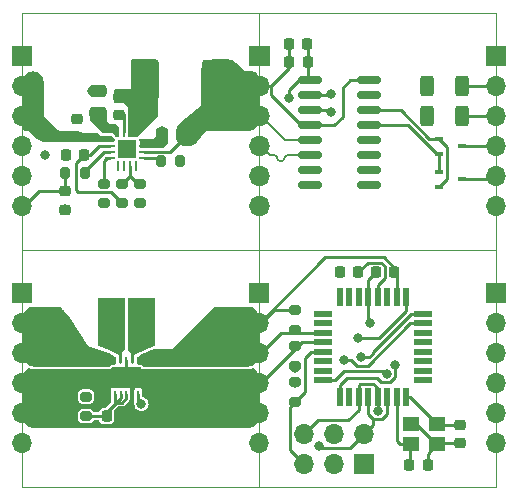
<source format=gbr>
G04 #@! TF.GenerationSoftware,KiCad,Pcbnew,(5.99.0-11522-g728b160719)*
G04 #@! TF.CreationDate,2021-08-06T10:17:42+10:00*
G04 #@! TF.ProjectId,Stencil,5374656e-6369-46c2-9e6b-696361645f70,0.2*
G04 #@! TF.SameCoordinates,Original*
G04 #@! TF.FileFunction,Copper,L1,Top*
G04 #@! TF.FilePolarity,Positive*
%FSLAX46Y46*%
G04 Gerber Fmt 4.6, Leading zero omitted, Abs format (unit mm)*
G04 Created by KiCad (PCBNEW (5.99.0-11522-g728b160719)) date 2021-08-06 10:17:42*
%MOMM*%
%LPD*%
G01*
G04 APERTURE LIST*
G04 Aperture macros list*
%AMRoundRect*
0 Rectangle with rounded corners*
0 $1 Rounding radius*
0 $2 $3 $4 $5 $6 $7 $8 $9 X,Y pos of 4 corners*
0 Add a 4 corners polygon primitive as box body*
4,1,4,$2,$3,$4,$5,$6,$7,$8,$9,$2,$3,0*
0 Add four circle primitives for the rounded corners*
1,1,$1+$1,$2,$3*
1,1,$1+$1,$4,$5*
1,1,$1+$1,$6,$7*
1,1,$1+$1,$8,$9*
0 Add four rect primitives between the rounded corners*
20,1,$1+$1,$2,$3,$4,$5,0*
20,1,$1+$1,$4,$5,$6,$7,0*
20,1,$1+$1,$6,$7,$8,$9,0*
20,1,$1+$1,$8,$9,$2,$3,0*%
%AMFreePoly0*
4,1,21,-0.125000,1.200000,0.125000,1.200000,0.125000,1.700000,0.375000,1.700000,0.375000,1.200000,0.825000,1.200000,0.825000,-1.200000,0.375000,-1.200000,0.375000,-1.700000,0.125000,-1.700000,0.125000,-1.200000,-0.125000,-1.200000,-0.125000,-1.700000,-0.375000,-1.700000,-0.375000,-1.200000,-0.825000,-1.200000,-0.825000,1.200000,-0.375000,1.200000,-0.375000,1.700000,-0.125000,1.700000,
-0.125000,1.200000,-0.125000,1.200000,$1*%
G04 Aperture macros list end*
G04 #@! TA.AperFunction,Profile*
%ADD10C,0.100000*%
G04 #@! TD*
G04 #@! TA.AperFunction,SMDPad,CuDef*
%ADD11RoundRect,0.250000X0.250000X0.475000X-0.250000X0.475000X-0.250000X-0.475000X0.250000X-0.475000X0*%
G04 #@! TD*
G04 #@! TA.AperFunction,SMDPad,CuDef*
%ADD12RoundRect,0.225000X0.250000X-0.225000X0.250000X0.225000X-0.250000X0.225000X-0.250000X-0.225000X0*%
G04 #@! TD*
G04 #@! TA.AperFunction,ComponentPad*
%ADD13R,1.700000X1.700000*%
G04 #@! TD*
G04 #@! TA.AperFunction,ComponentPad*
%ADD14O,1.700000X1.700000*%
G04 #@! TD*
G04 #@! TA.AperFunction,SMDPad,CuDef*
%ADD15RoundRect,0.200000X0.275000X-0.200000X0.275000X0.200000X-0.275000X0.200000X-0.275000X-0.200000X0*%
G04 #@! TD*
G04 #@! TA.AperFunction,SMDPad,CuDef*
%ADD16RoundRect,0.225000X-0.250000X0.225000X-0.250000X-0.225000X0.250000X-0.225000X0.250000X0.225000X0*%
G04 #@! TD*
G04 #@! TA.AperFunction,SMDPad,CuDef*
%ADD17R,0.700000X0.450000*%
G04 #@! TD*
G04 #@! TA.AperFunction,SMDPad,CuDef*
%ADD18RoundRect,0.150000X-0.825000X-0.150000X0.825000X-0.150000X0.825000X0.150000X-0.825000X0.150000X0*%
G04 #@! TD*
G04 #@! TA.AperFunction,SMDPad,CuDef*
%ADD19RoundRect,0.225000X-0.225000X-0.250000X0.225000X-0.250000X0.225000X0.250000X-0.225000X0.250000X0*%
G04 #@! TD*
G04 #@! TA.AperFunction,SMDPad,CuDef*
%ADD20RoundRect,0.250000X0.475000X-0.250000X0.475000X0.250000X-0.475000X0.250000X-0.475000X-0.250000X0*%
G04 #@! TD*
G04 #@! TA.AperFunction,SMDPad,CuDef*
%ADD21RoundRect,0.250000X-0.312500X-0.625000X0.312500X-0.625000X0.312500X0.625000X-0.312500X0.625000X0*%
G04 #@! TD*
G04 #@! TA.AperFunction,SMDPad,CuDef*
%ADD22RoundRect,0.218750X-0.256250X0.218750X-0.256250X-0.218750X0.256250X-0.218750X0.256250X0.218750X0*%
G04 #@! TD*
G04 #@! TA.AperFunction,SMDPad,CuDef*
%ADD23RoundRect,0.200000X-0.275000X0.200000X-0.275000X-0.200000X0.275000X-0.200000X0.275000X0.200000X0*%
G04 #@! TD*
G04 #@! TA.AperFunction,SMDPad,CuDef*
%ADD24R,0.240000X0.600000*%
G04 #@! TD*
G04 #@! TA.AperFunction,ComponentPad*
%ADD25C,0.500000*%
G04 #@! TD*
G04 #@! TA.AperFunction,SMDPad,CuDef*
%ADD26FreePoly0,270.000000*%
G04 #@! TD*
G04 #@! TA.AperFunction,SMDPad,CuDef*
%ADD27R,0.980000X3.400000*%
G04 #@! TD*
G04 #@! TA.AperFunction,SMDPad,CuDef*
%ADD28R,0.550000X1.600000*%
G04 #@! TD*
G04 #@! TA.AperFunction,SMDPad,CuDef*
%ADD29R,1.600000X0.550000*%
G04 #@! TD*
G04 #@! TA.AperFunction,SMDPad,CuDef*
%ADD30RoundRect,0.200000X-0.200000X-0.275000X0.200000X-0.275000X0.200000X0.275000X-0.200000X0.275000X0*%
G04 #@! TD*
G04 #@! TA.AperFunction,SMDPad,CuDef*
%ADD31RoundRect,0.062500X-0.375000X-0.062500X0.375000X-0.062500X0.375000X0.062500X-0.375000X0.062500X0*%
G04 #@! TD*
G04 #@! TA.AperFunction,SMDPad,CuDef*
%ADD32RoundRect,0.062500X-0.062500X-0.375000X0.062500X-0.375000X0.062500X0.375000X-0.062500X0.375000X0*%
G04 #@! TD*
G04 #@! TA.AperFunction,SMDPad,CuDef*
%ADD33R,1.600000X1.600000*%
G04 #@! TD*
G04 #@! TA.AperFunction,SMDPad,CuDef*
%ADD34R,1.400000X1.200000*%
G04 #@! TD*
G04 #@! TA.AperFunction,SMDPad,CuDef*
%ADD35RoundRect,0.225000X0.225000X0.250000X-0.225000X0.250000X-0.225000X-0.250000X0.225000X-0.250000X0*%
G04 #@! TD*
G04 #@! TA.AperFunction,SMDPad,CuDef*
%ADD36RoundRect,0.235000X-0.940000X-1.465000X0.940000X-1.465000X0.940000X1.465000X-0.940000X1.465000X0*%
G04 #@! TD*
G04 #@! TA.AperFunction,ViaPad*
%ADD37C,0.800000*%
G04 #@! TD*
G04 #@! TA.AperFunction,Conductor*
%ADD38C,0.250000*%
G04 #@! TD*
G04 #@! TA.AperFunction,Conductor*
%ADD39C,0.200000*%
G04 #@! TD*
G04 APERTURE END LIST*
D10*
X113259000Y-96114000D02*
X93193000Y-96114000D01*
X93193000Y-96114000D02*
X93193000Y-76048000D01*
X93193000Y-76048000D02*
X113259000Y-76048000D01*
X113259000Y-76048000D02*
X113259000Y-96114000D01*
X113259000Y-76048000D02*
X93193000Y-76048000D01*
X93193000Y-76048000D02*
X93193000Y-55982000D01*
X93193000Y-55982000D02*
X113259000Y-55982000D01*
X113259000Y-55982000D02*
X113259000Y-76048000D01*
X133325000Y-96114000D02*
X113259000Y-96114000D01*
X113259000Y-96114000D02*
X113259000Y-76048000D01*
X113259000Y-76048000D02*
X133325000Y-76048000D01*
X133325000Y-76048000D02*
X133325000Y-96114000D01*
X133325000Y-76048000D02*
X113259000Y-76048000D01*
X113259000Y-76048000D02*
X113259000Y-55982000D01*
X113259000Y-55982000D02*
X133325000Y-55982000D01*
X133325000Y-55982000D02*
X133325000Y-76048000D01*
D11*
G04 #@! TO.P,C5,1*
G04 #@! TO.N,+BATT*
X106929000Y-66548000D03*
G04 #@! TO.P,C5,2*
G04 #@! TO.N,GND*
X105029000Y-66548000D03*
G04 #@! TD*
D12*
G04 #@! TO.P,C4,1*
G04 #@! TO.N,Net-(C4-Pad1)*
X101346000Y-64643000D03*
G04 #@! TO.P,C4,2*
G04 #@! TO.N,Net-(C4-Pad2)*
X101346000Y-63093000D03*
G04 #@! TD*
D13*
G04 #@! TO.P,J2,1,Pin_1*
G04 #@! TO.N,N/C*
X133325000Y-59690000D03*
D14*
G04 #@! TO.P,J2,2,Pin_2*
X133325000Y-62230000D03*
G04 #@! TO.P,J2,3,Pin_3*
X133325000Y-64770000D03*
G04 #@! TO.P,J2,4,Pin_4*
X133325000Y-67310000D03*
G04 #@! TO.P,J2,5,Pin_5*
X133325000Y-69850000D03*
G04 #@! TO.P,J2,6,Pin_6*
X133325000Y-72390000D03*
G04 #@! TD*
D13*
G04 #@! TO.P,J1,1,Pin_1*
G04 #@! TO.N,N/C*
X113259000Y-79756000D03*
D14*
G04 #@! TO.P,J1,2,Pin_2*
X113259000Y-82296000D03*
G04 #@! TO.P,J1,3,Pin_3*
X113259000Y-84836000D03*
G04 #@! TO.P,J1,4,Pin_4*
X113259000Y-87376000D03*
G04 #@! TO.P,J1,5,Pin_5*
G04 #@! TO.N,GND*
X113259000Y-89916000D03*
G04 #@! TO.P,J1,6,Pin_6*
G04 #@! TO.N,N/C*
X113259000Y-92456000D03*
G04 #@! TD*
D15*
G04 #@! TO.P,R2,1*
G04 #@! TO.N,N/C*
X98570500Y-90145000D03*
G04 #@! TO.P,R2,2*
X98570500Y-88495000D03*
G04 #@! TD*
D13*
G04 #@! TO.P,J1,1,Pin_1*
G04 #@! TO.N,N/C*
X93193000Y-59690000D03*
D14*
G04 #@! TO.P,J1,2,Pin_2*
G04 #@! TO.N,VBUS*
X93193000Y-62230000D03*
G04 #@! TO.P,J1,3,Pin_3*
X93193000Y-64770000D03*
G04 #@! TO.P,J1,4,Pin_4*
G04 #@! TO.N,GND*
X93193000Y-67310000D03*
G04 #@! TO.P,J1,5,Pin_5*
X93193000Y-69850000D03*
G04 #@! TO.P,J1,6,Pin_6*
G04 #@! TO.N,/STAT*
X93193000Y-72390000D03*
G04 #@! TD*
D12*
G04 #@! TO.P,C2,1*
G04 #@! TO.N,VBUS*
X97790000Y-66548000D03*
G04 #@! TO.P,C2,2*
G04 #@! TO.N,GND*
X97790000Y-64998000D03*
G04 #@! TD*
D13*
G04 #@! TO.P,J1,1,Pin_1*
G04 #@! TO.N,N/C*
X113259000Y-59690000D03*
D14*
G04 #@! TO.P,J1,2,Pin_2*
X113259000Y-62230000D03*
G04 #@! TO.P,J1,3,Pin_3*
X113259000Y-64770000D03*
G04 #@! TO.P,J1,4,Pin_4*
X113259000Y-67310000D03*
G04 #@! TO.P,J1,5,Pin_5*
G04 #@! TO.N,GND*
X113259000Y-69850000D03*
G04 #@! TO.P,J1,6,Pin_6*
G04 #@! TO.N,N/C*
X113259000Y-72390000D03*
G04 #@! TD*
D16*
G04 #@! TO.P,C4,1*
G04 #@! TO.N,N/C*
X130252000Y-90894000D03*
G04 #@! TO.P,C4,2*
G04 #@! TO.N,GND*
X130252000Y-92444000D03*
G04 #@! TD*
D17*
G04 #@! TO.P,Q1,1,B*
G04 #@! TO.N,N/C*
X128453500Y-69454000D03*
G04 #@! TO.P,Q1,2,E*
X128453500Y-70754000D03*
G04 #@! TO.P,Q1,3,C*
X130453500Y-70104000D03*
G04 #@! TD*
D18*
G04 #@! TO.P,U1,1,GND*
G04 #@! TO.N,GND*
X117577000Y-61722000D03*
G04 #@! TO.P,U1,2,TXD*
G04 #@! TO.N,N/C*
X117577000Y-62992000D03*
G04 #@! TO.P,U1,3,RXD*
X117577000Y-64262000D03*
G04 #@! TO.P,U1,4,V3*
X117577000Y-65532000D03*
G04 #@! TO.P,U1,5,UD+*
X117577000Y-66802000D03*
G04 #@! TO.P,U1,6,UD-*
X117577000Y-68072000D03*
G04 #@! TO.P,U1,7,NC*
X117577000Y-69342000D03*
G04 #@! TO.P,U1,8,NC*
X117577000Y-70612000D03*
G04 #@! TO.P,U1,9,~{CTS}*
X122527000Y-70612000D03*
G04 #@! TO.P,U1,10,~{DSR}*
X122527000Y-69342000D03*
G04 #@! TO.P,U1,11,~{RI}*
X122527000Y-68072000D03*
G04 #@! TO.P,U1,12,~{DCD}*
X122527000Y-66802000D03*
G04 #@! TO.P,U1,13,~{DTR}*
X122527000Y-65532000D03*
G04 #@! TO.P,U1,14,~{RTS}*
X122527000Y-64262000D03*
G04 #@! TO.P,U1,15,R232*
X122527000Y-62992000D03*
G04 #@! TO.P,U1,16,VCC*
X122527000Y-61722000D03*
G04 #@! TD*
D17*
G04 #@! TO.P,Q2,1,B*
G04 #@! TO.N,N/C*
X128453500Y-66660000D03*
G04 #@! TO.P,Q2,2,E*
X128453500Y-67960000D03*
G04 #@! TO.P,Q2,3,C*
X130453500Y-67310000D03*
G04 #@! TD*
D19*
G04 #@! TO.P,C1,1*
G04 #@! TO.N,GND*
X120079000Y-77953000D03*
G04 #@! TO.P,C1,2*
G04 #@! TO.N,N/C*
X121629000Y-77953000D03*
G04 #@! TD*
D20*
G04 #@! TO.P,C3,1*
G04 #@! TO.N,Net-(C3-Pad1)*
X99568000Y-64516000D03*
G04 #@! TO.P,C3,2*
G04 #@! TO.N,GND*
X99568000Y-62616000D03*
G04 #@! TD*
D21*
G04 #@! TO.P,R2,1*
G04 #@! TO.N,N/C*
X127483000Y-64770000D03*
G04 #@! TO.P,R2,2*
X130408000Y-64770000D03*
G04 #@! TD*
D15*
G04 #@! TO.P,R3,1*
G04 #@! TO.N,/REGN*
X101600000Y-72135000D03*
G04 #@! TO.P,R3,2*
G04 #@! TO.N,Net-(R3-Pad2)*
X101600000Y-70485000D03*
G04 #@! TD*
G04 #@! TO.P,R3,1*
G04 #@! TO.N,N/C*
X116282000Y-85890000D03*
G04 #@! TO.P,R3,2*
X116282000Y-84240000D03*
G04 #@! TD*
D22*
G04 #@! TO.P,D1,1,K*
G04 #@! TO.N,/STAT*
X96838000Y-71094500D03*
G04 #@! TO.P,D1,2,A*
G04 #@! TO.N,GND*
X96838000Y-72669500D03*
G04 #@! TD*
D13*
G04 #@! TO.P,J2,1,Pin_1*
G04 #@! TO.N,N/C*
X113284000Y-59690000D03*
D14*
G04 #@! TO.P,J2,2,Pin_2*
G04 #@! TO.N,+BATT*
X113284000Y-62230000D03*
G04 #@! TO.P,J2,3,Pin_3*
X113284000Y-64770000D03*
G04 #@! TO.P,J2,4,Pin_4*
G04 #@! TO.N,GND*
X113284000Y-67310000D03*
G04 #@! TO.P,J2,5,Pin_5*
X113284000Y-69850000D03*
G04 #@! TO.P,J2,6,Pin_6*
G04 #@! TO.N,N/C*
X113284000Y-72390000D03*
G04 #@! TD*
D23*
G04 #@! TO.P,R2,1*
G04 #@! TO.N,N/C*
X116282000Y-81192000D03*
G04 #@! TO.P,R2,2*
X116282000Y-82842000D03*
G04 #@! TD*
D24*
G04 #@! TO.P,U1,1,VOUT*
G04 #@! TO.N,N/C*
X102999500Y-85443000D03*
G04 #@! TO.P,U1,2,L2*
X102499500Y-85443000D03*
G04 #@! TO.P,U1,3,PGND*
G04 #@! TO.N,GND*
X101999500Y-85443000D03*
G04 #@! TO.P,U1,4,L1*
G04 #@! TO.N,N/C*
X101499500Y-85443000D03*
G04 #@! TO.P,U1,5,VIN*
X100999500Y-85443000D03*
G04 #@! TO.P,U1,6,EN*
X100999500Y-88243000D03*
G04 #@! TO.P,U1,7,PS/SYNC*
X101499500Y-88243000D03*
G04 #@! TO.P,U1,8,VINA*
X101999500Y-88243000D03*
G04 #@! TO.P,U1,9,GND*
G04 #@! TO.N,GND*
X102499500Y-88243000D03*
G04 #@! TO.P,U1,10,FB*
G04 #@! TO.N,N/C*
X102999500Y-88243000D03*
D25*
G04 #@! TO.P,U1,11,PGND*
G04 #@! TO.N,GND*
X102949500Y-86843000D03*
X101999500Y-87418000D03*
X101999500Y-86268000D03*
D26*
X101999500Y-86843000D03*
D25*
X101049500Y-86843000D03*
G04 #@! TD*
D19*
G04 #@! TO.P,C2,1*
G04 #@! TO.N,N/C*
X100322500Y-90145000D03*
G04 #@! TO.P,C2,2*
G04 #@! TO.N,GND*
X101872500Y-90145000D03*
G04 #@! TD*
D27*
G04 #@! TO.P,L1,1*
G04 #@! TO.N,N/C*
X100814500Y-82350000D03*
G04 #@! TO.P,L1,2*
X103184500Y-82350000D03*
G04 #@! TD*
D13*
G04 #@! TO.P,J1,1,Pin_1*
G04 #@! TO.N,N/C*
X93193000Y-79756000D03*
D14*
G04 #@! TO.P,J1,2,Pin_2*
X93193000Y-82296000D03*
G04 #@! TO.P,J1,3,Pin_3*
X93193000Y-84836000D03*
G04 #@! TO.P,J1,4,Pin_4*
G04 #@! TO.N,GND*
X93193000Y-87376000D03*
G04 #@! TO.P,J1,5,Pin_5*
X93193000Y-89916000D03*
G04 #@! TO.P,J1,6,Pin_6*
G04 #@! TO.N,N/C*
X93193000Y-92456000D03*
G04 #@! TD*
D15*
G04 #@! TO.P,R1,1*
G04 #@! TO.N,N/C*
X116282000Y-88938000D03*
G04 #@! TO.P,R1,2*
X116282000Y-87288000D03*
G04 #@! TD*
D28*
G04 #@! TO.P,U1,1,PD3*
G04 #@! TO.N,N/C*
X120086000Y-88553000D03*
G04 #@! TO.P,U1,2,PD4*
X120886000Y-88553000D03*
G04 #@! TO.P,U1,3,GND*
G04 #@! TO.N,GND*
X121686000Y-88553000D03*
G04 #@! TO.P,U1,4,VCC*
G04 #@! TO.N,N/C*
X122486000Y-88553000D03*
G04 #@! TO.P,U1,5,GND*
G04 #@! TO.N,GND*
X123286000Y-88553000D03*
G04 #@! TO.P,U1,6,VCC*
G04 #@! TO.N,N/C*
X124086000Y-88553000D03*
G04 #@! TO.P,U1,7,XTAL1/PB6*
X124886000Y-88553000D03*
G04 #@! TO.P,U1,8,XTAL2/PB7*
X125686000Y-88553000D03*
D29*
G04 #@! TO.P,U1,9,PD5*
X127136000Y-87103000D03*
G04 #@! TO.P,U1,10,PD6*
X127136000Y-86303000D03*
G04 #@! TO.P,U1,11,PD7*
X127136000Y-85503000D03*
G04 #@! TO.P,U1,12,PB0*
X127136000Y-84703000D03*
G04 #@! TO.P,U1,13,PB1*
X127136000Y-83903000D03*
G04 #@! TO.P,U1,14,PB2*
X127136000Y-83103000D03*
G04 #@! TO.P,U1,15,PB3*
X127136000Y-82303000D03*
G04 #@! TO.P,U1,16,PB4*
X127136000Y-81503000D03*
D28*
G04 #@! TO.P,U1,17,PB5*
X125686000Y-80053000D03*
G04 #@! TO.P,U1,18,AVCC*
X124886000Y-80053000D03*
G04 #@! TO.P,U1,19,ADC6*
X124086000Y-80053000D03*
G04 #@! TO.P,U1,20,AREF*
X123286000Y-80053000D03*
G04 #@! TO.P,U1,21,GND*
G04 #@! TO.N,GND*
X122486000Y-80053000D03*
G04 #@! TO.P,U1,22,ADC7*
G04 #@! TO.N,N/C*
X121686000Y-80053000D03*
G04 #@! TO.P,U1,23,PC0*
X120886000Y-80053000D03*
G04 #@! TO.P,U1,24,PC1*
X120086000Y-80053000D03*
D29*
G04 #@! TO.P,U1,25,PC2*
X118636000Y-81503000D03*
G04 #@! TO.P,U1,26,PC3*
X118636000Y-82303000D03*
G04 #@! TO.P,U1,27,PC4*
X118636000Y-83103000D03*
G04 #@! TO.P,U1,28,PC5*
X118636000Y-83903000D03*
G04 #@! TO.P,U1,29,~RESET~/PC6*
X118636000Y-84703000D03*
G04 #@! TO.P,U1,30,PD0*
X118636000Y-85503000D03*
G04 #@! TO.P,U1,31,PD1*
X118636000Y-86303000D03*
G04 #@! TO.P,U1,32,PD2*
X118636000Y-87103000D03*
G04 #@! TD*
D30*
G04 #@! TO.P,R1,1*
G04 #@! TO.N,/STAT*
X96838000Y-69596000D03*
G04 #@! TO.P,R1,2*
G04 #@! TO.N,Net-(R1-Pad2)*
X98488000Y-69596000D03*
G04 #@! TD*
D23*
G04 #@! TO.P,R4,1*
G04 #@! TO.N,Net-(R3-Pad2)*
X103124000Y-70486000D03*
G04 #@! TO.P,R4,2*
G04 #@! TO.N,GND*
X103124000Y-72136000D03*
G04 #@! TD*
D16*
G04 #@! TO.P,C1,1*
G04 #@! TO.N,N/C*
X98570500Y-85192000D03*
G04 #@! TO.P,C1,2*
G04 #@! TO.N,GND*
X98570500Y-86742000D03*
G04 #@! TD*
D31*
G04 #@! TO.P,U1,1,VBUS*
G04 #@! TO.N,VBUS*
X100592500Y-66807000D03*
G04 #@! TO.P,U1,2,REGN*
G04 #@! TO.N,/REGN*
X100592500Y-67307000D03*
G04 #@! TO.P,U1,3,STAT*
G04 #@! TO.N,Net-(R1-Pad2)*
X100592500Y-67807000D03*
G04 #@! TO.P,U1,4,ICHG*
G04 #@! TO.N,Net-(R2-Pad2)*
X100592500Y-68307000D03*
D32*
G04 #@! TO.P,U1,5,POL*
G04 #@! TO.N,N/C*
X101280000Y-68994500D03*
G04 #@! TO.P,U1,6,~{EN}*
X101780000Y-68994500D03*
G04 #@! TO.P,U1,7,TS*
G04 #@! TO.N,Net-(R3-Pad2)*
X102280000Y-68994500D03*
G04 #@! TO.P,U1,8,NC*
G04 #@! TO.N,N/C*
X102780000Y-68994500D03*
D31*
G04 #@! TO.P,U1,9,VSET*
G04 #@! TO.N,Net-(R5-Pad1)*
X103467500Y-68307000D03*
G04 #@! TO.P,U1,10,BAT*
G04 #@! TO.N,+BATT*
X103467500Y-67807000D03*
G04 #@! TO.P,U1,11,GND*
G04 #@! TO.N,GND*
X103467500Y-67307000D03*
G04 #@! TO.P,U1,12,GND*
X103467500Y-66807000D03*
D32*
G04 #@! TO.P,U1,13,SW*
G04 #@! TO.N,Net-(C4-Pad2)*
X102780000Y-66119500D03*
G04 #@! TO.P,U1,14,SW*
X102280000Y-66119500D03*
G04 #@! TO.P,U1,15,BTST*
G04 #@! TO.N,Net-(C4-Pad1)*
X101780000Y-66119500D03*
G04 #@! TO.P,U1,16,PMID*
G04 #@! TO.N,Net-(C3-Pad1)*
X101280000Y-66119500D03*
D33*
G04 #@! TO.P,U1,17,Thermal_Pad*
G04 #@! TO.N,GND*
X102030000Y-67557000D03*
G04 #@! TD*
D34*
G04 #@! TO.P,Y1,1,1*
G04 #@! TO.N,N/C*
X126104000Y-92519000D03*
G04 #@! TO.P,Y1,2,2*
G04 #@! TO.N,GND*
X128304000Y-92519000D03*
G04 #@! TO.P,Y1,3,3*
G04 #@! TO.N,N/C*
X128304000Y-90819000D03*
G04 #@! TO.P,Y1,4,4*
G04 #@! TO.N,GND*
X126104000Y-90819000D03*
G04 #@! TD*
D16*
G04 #@! TO.P,C3,1*
G04 #@! TO.N,N/C*
X105428500Y-85166000D03*
G04 #@! TO.P,C3,2*
G04 #@! TO.N,GND*
X105428500Y-86716000D03*
G04 #@! TD*
D19*
G04 #@! TO.P,C2,1*
G04 #@! TO.N,N/C*
X115786000Y-60198000D03*
G04 #@! TO.P,C2,2*
G04 #@! TO.N,GND*
X117336000Y-60198000D03*
G04 #@! TD*
G04 #@! TO.P,C1,1*
G04 #@! TO.N,GND*
X96875000Y-68072000D03*
G04 #@! TO.P,C1,2*
G04 #@! TO.N,/REGN*
X98425000Y-68072000D03*
G04 #@! TD*
D35*
G04 #@! TO.P,C2,1*
G04 #@! TO.N,N/C*
X124677000Y-77953000D03*
G04 #@! TO.P,C2,2*
G04 #@! TO.N,GND*
X123127000Y-77953000D03*
G04 #@! TD*
D30*
G04 #@! TO.P,R5,1*
G04 #@! TO.N,Net-(R5-Pad1)*
X104902000Y-68580000D03*
G04 #@! TO.P,R5,2*
G04 #@! TO.N,GND*
X106552000Y-68580000D03*
G04 #@! TD*
D36*
G04 #@! TO.P,L1,1*
G04 #@! TO.N,Net-(C4-Pad2)*
X103551000Y-61722000D03*
G04 #@! TO.P,L1,2*
G04 #@! TO.N,+BATT*
X109601000Y-61722000D03*
G04 #@! TD*
D13*
G04 #@! TO.P,J2,1,Pin_1*
G04 #@! TO.N,N/C*
X122124000Y-94209000D03*
D14*
G04 #@! TO.P,J2,2,Pin_2*
X122124000Y-91669000D03*
G04 #@! TO.P,J2,3,Pin_3*
X119584000Y-94209000D03*
G04 #@! TO.P,J2,4,Pin_4*
X119584000Y-91669000D03*
G04 #@! TO.P,J2,5,Pin_5*
X117044000Y-94209000D03*
G04 #@! TO.P,J2,6,Pin_6*
G04 #@! TO.N,GND*
X117044000Y-91669000D03*
G04 #@! TD*
D35*
G04 #@! TO.P,C3,1*
G04 #@! TO.N,GND*
X127503000Y-94277000D03*
G04 #@! TO.P,C3,2*
G04 #@! TO.N,N/C*
X125953000Y-94277000D03*
G04 #@! TD*
D21*
G04 #@! TO.P,R1,1*
G04 #@! TO.N,N/C*
X127483000Y-62230000D03*
G04 #@! TO.P,R1,2*
X130408000Y-62230000D03*
G04 #@! TD*
D13*
G04 #@! TO.P,J3,1,Pin_1*
G04 #@! TO.N,N/C*
X133325000Y-79756000D03*
D14*
G04 #@! TO.P,J3,2,Pin_2*
X133325000Y-82296000D03*
G04 #@! TO.P,J3,3,Pin_3*
X133325000Y-84836000D03*
G04 #@! TO.P,J3,4,Pin_4*
X133325000Y-87376000D03*
G04 #@! TO.P,J3,5,Pin_5*
X133325000Y-89916000D03*
G04 #@! TO.P,J3,6,Pin_6*
X133325000Y-92456000D03*
G04 #@! TD*
D13*
G04 #@! TO.P,J2,1,Pin_1*
G04 #@! TO.N,N/C*
X113259000Y-79756000D03*
D14*
G04 #@! TO.P,J2,2,Pin_2*
X113259000Y-82296000D03*
G04 #@! TO.P,J2,3,Pin_3*
X113259000Y-84836000D03*
G04 #@! TO.P,J2,4,Pin_4*
G04 #@! TO.N,GND*
X113259000Y-87376000D03*
G04 #@! TO.P,J2,5,Pin_5*
X113259000Y-89916000D03*
G04 #@! TO.P,J2,6,Pin_6*
G04 #@! TO.N,N/C*
X113259000Y-92456000D03*
G04 #@! TD*
D15*
G04 #@! TO.P,R2,1*
G04 #@! TO.N,GND*
X100076000Y-72135000D03*
G04 #@! TO.P,R2,2*
G04 #@! TO.N,Net-(R2-Pad2)*
X100076000Y-70485000D03*
G04 #@! TD*
D19*
G04 #@! TO.P,C1,1*
G04 #@! TO.N,N/C*
X115773000Y-58674000D03*
G04 #@! TO.P,C1,2*
G04 #@! TO.N,GND*
X117323000Y-58674000D03*
G04 #@! TD*
D16*
G04 #@! TO.P,C4,1*
G04 #@! TO.N,N/C*
X107333500Y-85166000D03*
G04 #@! TO.P,C4,2*
G04 #@! TO.N,GND*
X107333500Y-86716000D03*
G04 #@! TD*
D37*
G04 #@! TO.N,*
X116282000Y-86081000D03*
X127483000Y-62230000D03*
X121886034Y-85160989D03*
X124748916Y-85847604D03*
X121616000Y-83541000D03*
X116282000Y-87351000D03*
X119290000Y-64389000D03*
X98570500Y-85192000D03*
X104369000Y-85192000D03*
X120437033Y-85364015D03*
X118314000Y-92685000D03*
X124040000Y-86552192D03*
X98570500Y-88494000D03*
X103269500Y-89129000D03*
X127483000Y-64770000D03*
X119290000Y-62865000D03*
G04 #@! TO.N,GND*
X96774000Y-72644000D03*
X100076000Y-72135010D03*
X99060000Y-62611000D03*
X97790000Y-65024000D03*
X103124000Y-72136000D03*
X123127000Y-77953000D03*
X105029000Y-66802000D03*
X101727000Y-67818000D03*
X122632000Y-82271000D03*
X106553000Y-68580000D03*
X126104000Y-90819000D03*
X123315500Y-89690463D03*
X96901000Y-68072000D03*
X102362000Y-67183000D03*
X120079000Y-77953000D03*
X95123000Y-68072000D03*
X105029000Y-66040000D03*
X99949000Y-62611000D03*
X115799000Y-63246000D03*
G04 #@! TD*
D38*
G04 #@! TO.N,*
X114488020Y-81192000D02*
X113384020Y-82296000D01*
X122124000Y-91669000D02*
X122901974Y-90891026D01*
X123822808Y-86335000D02*
X120454000Y-86335000D01*
X115869489Y-89350511D02*
X115869489Y-93034489D01*
X125686000Y-80053000D02*
X125686000Y-81267282D01*
X118636000Y-83103000D02*
X115117020Y-83103000D01*
X127136000Y-81503000D02*
X126086000Y-81503000D01*
X122486000Y-89999000D02*
X122486000Y-88553000D01*
X117081520Y-88138480D02*
X116282000Y-88938000D01*
X127136000Y-82303000D02*
X126051359Y-82303000D01*
X120454000Y-86335000D02*
X119686000Y-87103000D01*
X124764501Y-86252093D02*
X124748916Y-86236508D01*
X101999500Y-88621000D02*
X101618500Y-89002000D01*
X124886000Y-92251000D02*
X124992000Y-92357000D01*
X125686000Y-88553000D02*
X126038000Y-88553000D01*
X128453500Y-69454000D02*
X128453500Y-67960000D01*
X125217934Y-64262000D02*
X127615934Y-66660000D01*
X118851031Y-76703969D02*
X113384020Y-82170980D01*
X117577000Y-62992000D02*
X119163000Y-62992000D01*
X117081520Y-85207480D02*
X117081520Y-88138480D01*
X129128011Y-67334511D02*
X129128011Y-70079489D01*
X101618500Y-89002000D02*
X101110500Y-89002000D01*
X118472511Y-92843511D02*
X118314000Y-92685000D01*
X130453500Y-70104000D02*
X132945980Y-70104000D01*
X122545233Y-85160989D02*
X121886034Y-85160989D01*
X130252000Y-90894000D02*
X128379000Y-90894000D01*
X122527000Y-65532000D02*
X125852230Y-65532000D01*
X119686000Y-87103000D02*
X118636000Y-87103000D01*
X122836732Y-84869490D02*
X122545233Y-85160989D01*
X124764501Y-86852291D02*
X124764501Y-86252093D01*
X124340099Y-87276693D02*
X124764501Y-86852291D01*
X125979000Y-92644000D02*
X126104000Y-92519000D01*
X130408000Y-62230000D02*
X133199980Y-62230000D01*
X101999500Y-88243000D02*
X101999500Y-88621000D01*
X116282000Y-85890000D02*
X116282000Y-86081000D01*
X98570500Y-88495000D02*
X98570500Y-88494000D01*
X125979000Y-94277000D02*
X125979000Y-92644000D01*
X124677000Y-77953000D02*
X124677000Y-77608924D01*
X126051359Y-82303000D02*
X122468870Y-85885489D01*
X120641126Y-86947874D02*
X123202261Y-86947874D01*
X120086000Y-87503000D02*
X120641126Y-86947874D01*
X100999500Y-89113000D02*
X100999500Y-88243000D01*
X124886000Y-78162000D02*
X124886000Y-80053000D01*
X120086000Y-88553000D02*
X120086000Y-87503000D01*
X116987230Y-70612000D02*
X117577000Y-70612000D01*
X125686000Y-81267282D02*
X123412282Y-83541000D01*
X120949489Y-92843511D02*
X118472511Y-92843511D01*
X122901974Y-90414974D02*
X122486000Y-89999000D01*
X123286000Y-79052372D02*
X123902480Y-78435892D01*
X127615934Y-66660000D02*
X128453500Y-66660000D01*
X117577000Y-64262000D02*
X119163000Y-64262000D01*
X123585852Y-77153480D02*
X122428520Y-77153480D01*
X124086000Y-88553000D02*
X124086000Y-89944577D01*
X124040000Y-86552192D02*
X123822808Y-86335000D01*
X122124000Y-91669000D02*
X120949489Y-92843511D01*
X116282000Y-81192000D02*
X114488020Y-81192000D01*
X121504849Y-85885489D02*
X120983375Y-85364015D01*
X126038000Y-88553000D02*
X128304000Y-90819000D01*
X113500000Y-60211000D02*
X113487000Y-60198000D01*
X123412282Y-83541000D02*
X121616000Y-83541000D01*
X130408000Y-64770000D02*
X133199980Y-64770000D01*
X130453500Y-67310000D02*
X133199980Y-67310000D01*
X123531080Y-87276693D02*
X124340099Y-87276693D01*
X102999500Y-88859000D02*
X103269500Y-89129000D01*
X117586000Y-84703000D02*
X117081520Y-85207480D01*
X116282000Y-88938000D02*
X115869489Y-89350511D01*
X125852230Y-65532000D02*
X128280230Y-67960000D01*
X126086000Y-81503000D02*
X122836732Y-84752268D01*
X123902480Y-78435892D02*
X123902480Y-77470108D01*
X128453500Y-66660000D02*
X129128011Y-67334511D01*
X98570500Y-90145000D02*
X100322500Y-90145000D01*
X102999500Y-88243000D02*
X102999500Y-88859000D01*
X115117020Y-83103000D02*
X113384020Y-84836000D01*
X123286000Y-80053000D02*
X123286000Y-79052372D01*
X124748916Y-86236508D02*
X124748916Y-85847604D01*
X122901974Y-90891026D02*
X122901974Y-90414974D01*
X123902480Y-77470108D02*
X123585852Y-77153480D01*
X124886000Y-88553000D02*
X124886000Y-92251000D01*
X128379000Y-90894000D02*
X128304000Y-90819000D01*
X124992000Y-92357000D02*
X125154000Y-92519000D01*
X122836732Y-84752268D02*
X122836732Y-84869490D01*
X123615603Y-90414974D02*
X122901974Y-90414974D01*
X120983375Y-85364015D02*
X120437033Y-85364015D01*
X122428520Y-77153480D02*
X121629000Y-77953000D01*
X115869489Y-93034489D02*
X117044000Y-94209000D01*
X122468870Y-85885489D02*
X121504849Y-85885489D01*
X128280230Y-67960000D02*
X128453500Y-67960000D01*
X101499500Y-88613000D02*
X101110500Y-89002000D01*
X124086000Y-89944577D02*
X123615603Y-90414974D01*
X123202261Y-86947874D02*
X123531080Y-87276693D01*
X124677000Y-77608924D02*
X123772045Y-76703969D01*
X100322500Y-90145000D02*
X100322500Y-89790000D01*
X101499500Y-88243000D02*
X101499500Y-88613000D01*
X116282000Y-87288000D02*
X116282000Y-87351000D01*
X122527000Y-64262000D02*
X125217934Y-64262000D01*
X118636000Y-84703000D02*
X117586000Y-84703000D01*
X132842000Y-70104000D02*
X133096000Y-69850000D01*
X124677000Y-77953000D02*
X124886000Y-78162000D01*
X119163000Y-62992000D02*
X119290000Y-62865000D01*
X101110500Y-89002000D02*
X100999500Y-89113000D01*
X125154000Y-92519000D02*
X126104000Y-92519000D01*
X123772045Y-76703969D02*
X118851031Y-76703969D01*
X100322500Y-89790000D02*
X100999500Y-89113000D01*
X129128011Y-70079489D02*
X128453500Y-70754000D01*
X132945980Y-70104000D02*
X133199980Y-69850000D01*
X119163000Y-64262000D02*
X119290000Y-64389000D01*
G04 #@! TO.N,GND*
X99065000Y-62616000D02*
X99060000Y-62611000D01*
X118218511Y-90494489D02*
X117044000Y-91669000D01*
X117336000Y-61481000D02*
X117577000Y-61722000D01*
X102030000Y-67515000D02*
X102362000Y-67183000D01*
X127503000Y-94277000D02*
X127503000Y-93320000D01*
X121686000Y-88553000D02*
X121686000Y-87503000D01*
X126104000Y-90823000D02*
X126188000Y-90907000D01*
X126104000Y-90819000D02*
X126104000Y-90823000D01*
X99568000Y-62616000D02*
X99944000Y-62616000D01*
X122486000Y-78594000D02*
X122486000Y-80053000D01*
X102030000Y-67557000D02*
X101988000Y-67557000D01*
D39*
X115019718Y-68562719D02*
X115129000Y-68562719D01*
X115374359Y-68317360D02*
X115374359Y-68317359D01*
D38*
X116857020Y-83903000D02*
X113384020Y-87376000D01*
X122486000Y-80053000D02*
X122486000Y-82125000D01*
X128379000Y-92444000D02*
X128304000Y-92519000D01*
X121686000Y-89603000D02*
X120794511Y-90494489D01*
X97790000Y-64998000D02*
X97790000Y-65024000D01*
X122725947Y-87397385D02*
X122741624Y-87413062D01*
X99944000Y-62616000D02*
X99949000Y-62611000D01*
X121686000Y-88553000D02*
X121686000Y-89603000D01*
X122741624Y-87413062D02*
X122911406Y-87413062D01*
X117336000Y-58687000D02*
X117323000Y-58674000D01*
X117336000Y-60198000D02*
X117336000Y-58687000D01*
X96875000Y-68072000D02*
X96901000Y-68072000D01*
D39*
X115619718Y-68072000D02*
X115729000Y-68072000D01*
D38*
X123286000Y-87787656D02*
X123286000Y-88553000D01*
X117577000Y-61722000D02*
X116602001Y-61722000D01*
X96799500Y-72669500D02*
X96774000Y-72644000D01*
X120794511Y-90494489D02*
X118218511Y-90494489D01*
D39*
X114121020Y-68072000D02*
X114529000Y-68072000D01*
D38*
X96838000Y-72669500D02*
X96799500Y-72669500D01*
D39*
X113359020Y-67310000D02*
X114121020Y-68072000D01*
D38*
X100076000Y-72135000D02*
X100076000Y-72135010D01*
X128304000Y-92519000D02*
X128204000Y-92519000D01*
X105029000Y-66548000D02*
X105029000Y-66040000D01*
X115799000Y-62525001D02*
X115799000Y-63246000D01*
X106552000Y-68580000D02*
X106553000Y-68580000D01*
D39*
X115729000Y-68072000D02*
X117577000Y-68072000D01*
D38*
X117336000Y-60198000D02*
X117336000Y-61481000D01*
X130252000Y-92444000D02*
X128379000Y-92444000D01*
X123286000Y-89660963D02*
X123315500Y-89690463D01*
X118636000Y-83903000D02*
X116857020Y-83903000D01*
X121791615Y-87397385D02*
X122725947Y-87397385D01*
X99568000Y-62616000D02*
X99065000Y-62616000D01*
X105029000Y-66548000D02*
X105029000Y-66802000D01*
X121686000Y-87503000D02*
X121791615Y-87397385D01*
X127503000Y-93320000D02*
X128304000Y-92519000D01*
X101988000Y-67557000D02*
X101727000Y-67818000D01*
X122486000Y-82125000D02*
X122632000Y-82271000D01*
X122911406Y-87413062D02*
X123286000Y-87787656D01*
D39*
X114774359Y-68317359D02*
X114774359Y-68317360D01*
D38*
X128204000Y-92519000D02*
X126504000Y-90819000D01*
X102030000Y-67557000D02*
X102030000Y-67515000D01*
X101999500Y-85443000D02*
X101999500Y-86268000D01*
X126504000Y-90819000D02*
X126104000Y-90819000D01*
X123127000Y-77953000D02*
X122486000Y-78594000D01*
X123286000Y-88553000D02*
X123286000Y-89660963D01*
X116602001Y-61722000D02*
X115799000Y-62525001D01*
D39*
X115374359Y-68317360D02*
G75*
G02*
X115129000Y-68562719I-245359J0D01*
G01*
X115619718Y-68072000D02*
G75*
G03*
X115374359Y-68317359I0J-245359D01*
G01*
X114774359Y-68317359D02*
G75*
G03*
X114529000Y-68072000I-245359J0D01*
G01*
X115019718Y-68562719D02*
G75*
G02*
X114774359Y-68317360I0J245359D01*
G01*
D38*
G04 #@! TO.N,/REGN*
X100674520Y-71209520D02*
X97933030Y-71209520D01*
X99698000Y-67307000D02*
X100592500Y-67307000D01*
X97762980Y-71039470D02*
X97762980Y-68734020D01*
X97933030Y-71209520D02*
X97762980Y-71039470D01*
X97762980Y-68734020D02*
X98425000Y-68072000D01*
X98425000Y-68072000D02*
X98933000Y-68072000D01*
X101600000Y-72135000D02*
X100674520Y-71209520D01*
X98933000Y-68072000D02*
X99698000Y-67307000D01*
G04 #@! TO.N,Net-(C4-Pad1)*
X101346000Y-64643000D02*
X101600000Y-64389000D01*
X101600000Y-64389000D02*
X101780000Y-64569000D01*
X101780000Y-64569000D02*
X101780000Y-66119500D01*
G04 #@! TO.N,+BATT*
X120306000Y-64829856D02*
X120306000Y-62357000D01*
X105697020Y-67779980D02*
X106929000Y-66548000D01*
X103467500Y-67807000D02*
X103494520Y-67779980D01*
X119603856Y-65532000D02*
X120306000Y-64829856D01*
X120306000Y-62357000D02*
X120941000Y-61722000D01*
X115773000Y-60185000D02*
X115786000Y-60198000D01*
X103494520Y-67779980D02*
X105697020Y-67779980D01*
X114229000Y-62230000D02*
X114229000Y-62946000D01*
D39*
X115391020Y-66802000D02*
X113359020Y-64770000D01*
D38*
X115786000Y-60198000D02*
X115786000Y-60673000D01*
X114229000Y-62946000D02*
X116815000Y-65532000D01*
X115786000Y-60673000D02*
X114229000Y-62230000D01*
X120941000Y-61722000D02*
X122527000Y-61722000D01*
D39*
X117577000Y-66802000D02*
X115391020Y-66802000D01*
D38*
X115773000Y-58674000D02*
X115773000Y-60185000D01*
X114229000Y-62230000D02*
X113384020Y-62230000D01*
X117577000Y-65532000D02*
X119603856Y-65532000D01*
X116815000Y-65532000D02*
X117577000Y-65532000D01*
G04 #@! TO.N,/STAT*
X96838000Y-69596000D02*
X96838000Y-71094500D01*
X94613520Y-71094500D02*
X93318020Y-72390000D01*
X96838000Y-71094500D02*
X94613520Y-71094500D01*
G04 #@! TO.N,Net-(R1-Pad2)*
X98488000Y-69596000D02*
X98488000Y-69425964D01*
X100095964Y-67818000D02*
X100581500Y-67818000D01*
X98488000Y-69425964D02*
X100095964Y-67818000D01*
X100581500Y-67818000D02*
X100592500Y-67807000D01*
G04 #@! TO.N,Net-(R2-Pad2)*
X100076000Y-68580000D02*
X100076000Y-70485000D01*
X100349000Y-68307000D02*
X100076000Y-68580000D01*
X100592500Y-68307000D02*
X100349000Y-68307000D01*
X100076000Y-68580000D02*
X100076000Y-68823500D01*
G04 #@! TO.N,Net-(R3-Pad2)*
X102280000Y-69805000D02*
X102280000Y-68994500D01*
X101600000Y-70485000D02*
X102280000Y-69805000D01*
X103124000Y-70486000D02*
X102961000Y-70486000D01*
X102961000Y-70486000D02*
X102280000Y-69805000D01*
G04 #@! TO.N,Net-(R5-Pad1)*
X104629000Y-68307000D02*
X104902000Y-68580000D01*
X103467500Y-68307000D02*
X104629000Y-68307000D01*
G04 #@! TD*
G04 #@! TA.AperFunction,NonConductor*
G36*
X101814621Y-80132002D02*
G01*
X101861114Y-80185658D01*
X101872500Y-80238000D01*
X101872500Y-84504810D01*
X101852498Y-84572931D01*
X101835595Y-84593905D01*
X101618500Y-84811000D01*
X101618500Y-85574000D01*
X101598498Y-85642121D01*
X101544842Y-85688614D01*
X101492500Y-85700000D01*
X101490500Y-85700000D01*
X101422379Y-85679998D01*
X101375886Y-85626342D01*
X101364500Y-85574000D01*
X101364500Y-84938000D01*
X100561612Y-84593905D01*
X99662866Y-84208728D01*
X99608133Y-84163509D01*
X99586500Y-84092916D01*
X99586500Y-80238000D01*
X99606502Y-80169879D01*
X99660158Y-80123386D01*
X99712500Y-80112000D01*
X101746500Y-80112000D01*
X101814621Y-80132002D01*
G37*
G04 #@! TD.AperFunction*
G04 #@! TA.AperFunction,Conductor*
G04 #@! TO.N,Net-(C3-Pad1)*
G36*
X100272121Y-64409002D02*
G01*
X100318614Y-64462658D01*
X100330000Y-64515000D01*
X100330000Y-65151000D01*
X100584000Y-65405000D01*
X101039810Y-65405000D01*
X101107931Y-65425002D01*
X101128905Y-65441905D01*
X101309095Y-65622095D01*
X101343121Y-65684407D01*
X101346000Y-65711190D01*
X101346000Y-66422000D01*
X101325998Y-66490121D01*
X101272342Y-66536614D01*
X101220000Y-66548000D01*
X101185025Y-66548000D01*
X101115024Y-66526765D01*
X101070118Y-66496760D01*
X101072644Y-66492979D01*
X101034328Y-66461492D01*
X100848049Y-66182074D01*
X100838000Y-66167000D01*
X100001190Y-66167000D01*
X99933069Y-66146998D01*
X99912095Y-66130095D01*
X98969905Y-65187905D01*
X98935879Y-65125593D01*
X98933000Y-65098810D01*
X98933000Y-64515000D01*
X98953002Y-64446879D01*
X99006658Y-64400386D01*
X99059000Y-64389000D01*
X100204000Y-64389000D01*
X100272121Y-64409002D01*
G37*
G04 #@! TD.AperFunction*
G04 #@! TD*
G04 #@! TA.AperFunction,Conductor*
G04 #@! TO.N,VBUS*
G36*
X99583931Y-66187002D02*
G01*
X99604905Y-66203905D01*
X99822000Y-66421000D01*
X100658810Y-66421000D01*
X100726931Y-66441002D01*
X100747905Y-66457905D01*
X100928095Y-66638095D01*
X100962121Y-66700407D01*
X100965000Y-66727190D01*
X100965000Y-66803000D01*
X100944998Y-66871121D01*
X100891342Y-66917614D01*
X100839000Y-66929000D01*
X97282000Y-66929000D01*
X97282000Y-66167000D01*
X99515810Y-66167000D01*
X99583931Y-66187002D01*
G37*
G04 #@! TD.AperFunction*
G04 #@! TD*
G04 #@! TA.AperFunction,NonConductor*
G36*
X112265163Y-80874607D02*
G01*
X112441740Y-80891999D01*
X112465957Y-80896815D01*
X112629809Y-80946518D01*
X112652629Y-80955971D01*
X112803631Y-81036683D01*
X112824158Y-81050399D01*
X112956521Y-81159026D01*
X112973974Y-81176479D01*
X113082601Y-81308842D01*
X113096319Y-81329372D01*
X113177029Y-81480371D01*
X113186482Y-81503190D01*
X113236185Y-81667043D01*
X113241002Y-81691263D01*
X113258393Y-81867837D01*
X113259000Y-81880187D01*
X113259000Y-84947813D01*
X113258393Y-84960163D01*
X113245187Y-85094249D01*
X113241002Y-85136737D01*
X113236185Y-85160957D01*
X113186482Y-85324809D01*
X113177029Y-85347629D01*
X113099844Y-85492034D01*
X113096319Y-85498628D01*
X113082601Y-85519158D01*
X112973974Y-85651521D01*
X112956521Y-85668974D01*
X112824158Y-85777601D01*
X112803631Y-85791317D01*
X112761995Y-85813572D01*
X112652629Y-85872029D01*
X112629810Y-85881482D01*
X112465957Y-85931185D01*
X112441740Y-85936001D01*
X112265163Y-85953393D01*
X112252813Y-85954000D01*
X103465224Y-85954000D01*
X103397103Y-85933998D01*
X103360459Y-85898001D01*
X103350947Y-85883765D01*
X103350943Y-85883761D01*
X103344052Y-85873448D01*
X103277731Y-85829133D01*
X103265562Y-85826712D01*
X103265561Y-85826712D01*
X103205568Y-85814779D01*
X103199500Y-85813572D01*
X103072413Y-85813572D01*
X103004292Y-85793570D01*
X102960146Y-85744774D01*
X102919315Y-85664638D01*
X102907133Y-85627146D01*
X102891252Y-85526873D01*
X102890613Y-85492034D01*
X102905332Y-85370334D01*
X102912545Y-85340949D01*
X102956688Y-85224057D01*
X102970698Y-85197241D01*
X103041433Y-85094249D01*
X103061434Y-85071544D01*
X103154684Y-84988384D01*
X103179522Y-84971102D01*
X103296662Y-84908992D01*
X103310455Y-84902710D01*
X104360797Y-84498732D01*
X104371767Y-84495081D01*
X104531458Y-84449959D01*
X104554169Y-84445742D01*
X104719420Y-84430530D01*
X104730970Y-84430000D01*
X105893000Y-84430000D01*
X107660563Y-82652000D01*
X109130500Y-81173383D01*
X109139663Y-81165031D01*
X109277055Y-81051682D01*
X109297631Y-81037869D01*
X109373340Y-80997222D01*
X109449047Y-80956577D01*
X109471938Y-80947056D01*
X109636334Y-80896989D01*
X109660646Y-80892134D01*
X109837884Y-80874611D01*
X109850281Y-80874000D01*
X112252813Y-80874000D01*
X112265163Y-80874607D01*
G37*
G04 #@! TD.AperFunction*
G04 #@! TA.AperFunction,Conductor*
G04 #@! TO.N,VBUS*
G36*
X94216879Y-60973788D02*
G01*
X94280997Y-60981013D01*
X94308505Y-60987292D01*
X94472248Y-61044589D01*
X94497668Y-61056831D01*
X94644557Y-61149127D01*
X94666616Y-61166719D01*
X94789281Y-61289384D01*
X94806873Y-61311443D01*
X94899169Y-61458332D01*
X94911411Y-61483752D01*
X94968708Y-61647495D01*
X94974987Y-61675004D01*
X94995208Y-61854471D01*
X94996000Y-61868578D01*
X94996000Y-64770000D01*
X96139000Y-65913000D01*
X96520000Y-66040000D01*
X97941787Y-66040000D01*
X97966367Y-66042421D01*
X97993358Y-66047790D01*
X98012582Y-66051613D01*
X98058002Y-66070427D01*
X98107500Y-66103500D01*
X98171000Y-66167000D01*
X98171000Y-66929000D01*
X95131383Y-66929000D01*
X95119863Y-66928472D01*
X95051706Y-66922213D01*
X94955007Y-66913333D01*
X94932348Y-66909136D01*
X94778583Y-66865797D01*
X94757075Y-66857547D01*
X94613766Y-66786924D01*
X94594124Y-66774895D01*
X94461432Y-66675890D01*
X94452512Y-66668576D01*
X93927080Y-66195893D01*
X93927079Y-66195893D01*
X93726000Y-66015000D01*
X93460561Y-66019355D01*
X93454943Y-66018533D01*
X93382761Y-66005249D01*
X93336642Y-65986807D01*
X93292530Y-65957982D01*
X93257121Y-65923150D01*
X93227574Y-65879513D01*
X93208379Y-65833703D01*
X93204813Y-65815964D01*
X93195472Y-65769502D01*
X93193000Y-65744669D01*
X93193000Y-61868578D01*
X93193792Y-61854471D01*
X93214013Y-61675004D01*
X93220292Y-61647495D01*
X93277589Y-61483752D01*
X93289831Y-61458332D01*
X93382127Y-61311443D01*
X93399719Y-61289384D01*
X93522384Y-61166719D01*
X93544443Y-61149127D01*
X93691332Y-61056831D01*
X93716752Y-61044589D01*
X93880495Y-60987292D01*
X93908003Y-60981013D01*
X93972121Y-60973788D01*
X94080397Y-60961589D01*
X94108603Y-60961589D01*
X94216879Y-60973788D01*
G37*
G04 #@! TD.AperFunction*
G04 #@! TD*
G04 #@! TA.AperFunction,Conductor*
G04 #@! TO.N,GND*
G36*
X102920351Y-85970033D02*
G01*
X102947946Y-85985469D01*
X102981411Y-85995295D01*
X103011744Y-86004202D01*
X103011748Y-86004203D01*
X103016067Y-86005471D01*
X103020515Y-86006111D01*
X103020522Y-86006112D01*
X103067965Y-86012933D01*
X103067972Y-86012933D01*
X103072413Y-86013572D01*
X103141178Y-86013572D01*
X103209299Y-86033574D01*
X103229476Y-86049687D01*
X103256947Y-86076673D01*
X103340757Y-86125897D01*
X103348187Y-86128079D01*
X103348188Y-86128079D01*
X103404555Y-86144630D01*
X103404559Y-86144631D01*
X103408878Y-86145899D01*
X103413326Y-86146539D01*
X103413333Y-86146540D01*
X103460776Y-86153361D01*
X103460783Y-86153361D01*
X103465224Y-86154000D01*
X112252813Y-86154000D01*
X112253544Y-86153982D01*
X112253549Y-86153982D01*
X112256366Y-86153913D01*
X112262631Y-86153759D01*
X112263424Y-86153720D01*
X112263452Y-86153719D01*
X112269517Y-86153421D01*
X112274981Y-86153152D01*
X112284767Y-86152430D01*
X112285522Y-86152356D01*
X112285541Y-86152354D01*
X112459822Y-86135188D01*
X112459826Y-86135188D01*
X112461344Y-86135038D01*
X112462841Y-86134816D01*
X112462849Y-86134815D01*
X112479233Y-86132385D01*
X112479234Y-86132385D01*
X112480750Y-86132160D01*
X112504967Y-86127344D01*
X112506452Y-86126972D01*
X112506461Y-86126970D01*
X112511759Y-86125643D01*
X112524013Y-86122573D01*
X112659485Y-86081479D01*
X112730477Y-86080846D01*
X112755452Y-86090931D01*
X112803628Y-86116682D01*
X112824158Y-86130399D01*
X112956521Y-86239026D01*
X112973974Y-86256479D01*
X113082601Y-86388842D01*
X113096319Y-86409372D01*
X113177029Y-86560371D01*
X113186482Y-86583190D01*
X113236185Y-86747043D01*
X113241002Y-86771263D01*
X113258393Y-86947837D01*
X113259000Y-86960187D01*
X113259000Y-90154813D01*
X113258393Y-90167163D01*
X113241002Y-90343737D01*
X113236185Y-90367957D01*
X113208111Y-90460506D01*
X113186482Y-90531809D01*
X113177029Y-90554629D01*
X113157934Y-90590353D01*
X113117480Y-90666039D01*
X113096319Y-90705628D01*
X113082601Y-90726158D01*
X112973974Y-90858521D01*
X112956521Y-90875974D01*
X112824158Y-90984601D01*
X112803631Y-90998317D01*
X112711417Y-91047607D01*
X112652629Y-91079029D01*
X112629810Y-91088482D01*
X112465957Y-91138185D01*
X112441740Y-91143001D01*
X112265163Y-91160393D01*
X112252813Y-91161000D01*
X94199187Y-91161000D01*
X94186837Y-91160393D01*
X94010260Y-91143001D01*
X93986043Y-91138185D01*
X93822190Y-91088482D01*
X93799371Y-91079029D01*
X93740583Y-91047607D01*
X93648369Y-90998317D01*
X93627842Y-90984601D01*
X93495479Y-90875974D01*
X93478026Y-90858521D01*
X93369399Y-90726158D01*
X93355681Y-90705628D01*
X93334521Y-90666039D01*
X93294066Y-90590353D01*
X93274971Y-90554629D01*
X93265518Y-90531809D01*
X93243889Y-90460506D01*
X93215815Y-90367957D01*
X93210998Y-90343737D01*
X93193607Y-90167163D01*
X93193000Y-90154813D01*
X93193000Y-89913481D01*
X97895000Y-89913481D01*
X97895001Y-90376518D01*
X97895776Y-90381411D01*
X97895776Y-90381412D01*
X97903232Y-90428488D01*
X97909854Y-90470304D01*
X97914357Y-90479141D01*
X97914357Y-90479142D01*
X97920145Y-90490502D01*
X97967450Y-90583342D01*
X98057158Y-90673050D01*
X98170196Y-90730646D01*
X98179985Y-90732196D01*
X98179987Y-90732197D01*
X98207264Y-90736517D01*
X98263981Y-90745500D01*
X98570438Y-90745500D01*
X98877018Y-90745499D01*
X98881912Y-90744724D01*
X98961006Y-90732198D01*
X98961008Y-90732197D01*
X98970804Y-90730646D01*
X99083842Y-90673050D01*
X99173550Y-90583342D01*
X99195992Y-90539297D01*
X99244740Y-90487682D01*
X99308259Y-90470500D01*
X99581206Y-90470500D01*
X99649327Y-90490502D01*
X99693473Y-90539297D01*
X99748972Y-90648220D01*
X99844280Y-90743528D01*
X99964374Y-90804719D01*
X99974163Y-90806269D01*
X99974165Y-90806270D01*
X100003649Y-90810940D01*
X100064012Y-90820500D01*
X100580988Y-90820500D01*
X100641351Y-90810940D01*
X100670835Y-90806270D01*
X100670837Y-90806269D01*
X100680626Y-90804719D01*
X100800720Y-90743528D01*
X100896028Y-90648220D01*
X100957219Y-90528126D01*
X100973000Y-90428488D01*
X100973000Y-89861512D01*
X100957219Y-89761874D01*
X100949408Y-89746544D01*
X100936304Y-89676767D01*
X100963004Y-89610982D01*
X100972580Y-89600246D01*
X101208421Y-89364405D01*
X101270733Y-89330379D01*
X101297516Y-89327500D01*
X101598790Y-89327500D01*
X101609772Y-89327980D01*
X101636320Y-89330303D01*
X101636322Y-89330303D01*
X101647307Y-89331264D01*
X101683715Y-89321508D01*
X101694442Y-89319130D01*
X101697801Y-89318538D01*
X101731545Y-89312588D01*
X101741090Y-89307077D01*
X101744366Y-89305885D01*
X101747534Y-89304408D01*
X101758184Y-89301554D01*
X101789044Y-89279945D01*
X101798315Y-89274039D01*
X101821406Y-89260707D01*
X101830955Y-89255194D01*
X101855179Y-89226325D01*
X101862606Y-89218220D01*
X101951826Y-89129000D01*
X102663818Y-89129000D01*
X102684456Y-89285762D01*
X102744964Y-89431841D01*
X102841218Y-89557282D01*
X102966659Y-89653536D01*
X103112738Y-89714044D01*
X103120926Y-89715122D01*
X103123729Y-89715491D01*
X103269500Y-89734682D01*
X103277688Y-89733604D01*
X103418074Y-89715122D01*
X103426262Y-89714044D01*
X103572341Y-89653536D01*
X103697782Y-89557282D01*
X103794036Y-89431841D01*
X103854544Y-89285762D01*
X103875182Y-89129000D01*
X103861826Y-89027550D01*
X103855622Y-88980426D01*
X103854544Y-88972238D01*
X103794036Y-88826159D01*
X103697782Y-88700718D01*
X103572341Y-88604464D01*
X103426262Y-88543956D01*
X103418301Y-88542908D01*
X103357768Y-88506013D01*
X103326745Y-88442153D01*
X103325000Y-88421256D01*
X103325000Y-88214525D01*
X103321914Y-88197023D01*
X103320000Y-88175144D01*
X103320000Y-87923252D01*
X103314067Y-87893423D01*
X103310788Y-87876939D01*
X103310788Y-87876938D01*
X103308367Y-87864769D01*
X103264052Y-87798448D01*
X103197731Y-87754133D01*
X103185562Y-87751712D01*
X103185561Y-87751712D01*
X103145316Y-87743707D01*
X103139248Y-87742500D01*
X102859752Y-87742500D01*
X102853684Y-87743707D01*
X102813439Y-87751712D01*
X102813438Y-87751712D01*
X102801269Y-87754133D01*
X102734948Y-87798448D01*
X102690633Y-87864769D01*
X102688212Y-87876938D01*
X102688212Y-87876939D01*
X102684933Y-87893423D01*
X102679000Y-87923252D01*
X102679000Y-88175144D01*
X102677086Y-88197023D01*
X102674000Y-88214525D01*
X102674000Y-88839290D01*
X102673520Y-88850272D01*
X102670236Y-88887807D01*
X102679993Y-88924220D01*
X102682374Y-88934963D01*
X102683011Y-88938579D01*
X102683844Y-88976885D01*
X102677174Y-89027550D01*
X102663818Y-89129000D01*
X101951826Y-89129000D01*
X102215728Y-88865099D01*
X102223832Y-88857673D01*
X102244250Y-88840540D01*
X102252694Y-88833455D01*
X102258204Y-88823912D01*
X102258207Y-88823908D01*
X102271536Y-88800821D01*
X102277441Y-88791551D01*
X102292732Y-88769713D01*
X102299054Y-88760684D01*
X102301907Y-88750036D01*
X102303386Y-88746865D01*
X102304578Y-88743589D01*
X102310088Y-88734045D01*
X102316634Y-88696924D01*
X102319008Y-88686217D01*
X102328763Y-88649807D01*
X102325479Y-88612269D01*
X102325000Y-88601288D01*
X102325000Y-88214525D01*
X102321914Y-88197023D01*
X102320000Y-88175144D01*
X102320000Y-87923252D01*
X102314067Y-87893423D01*
X102310788Y-87876939D01*
X102310788Y-87876938D01*
X102308367Y-87864769D01*
X102264052Y-87798448D01*
X102197731Y-87754133D01*
X102185562Y-87751712D01*
X102185561Y-87751712D01*
X102145316Y-87743707D01*
X102139248Y-87742500D01*
X101859752Y-87742500D01*
X101801269Y-87754133D01*
X101794653Y-87758554D01*
X101727130Y-87765814D01*
X101705870Y-87759571D01*
X101697731Y-87754133D01*
X101639248Y-87742500D01*
X101359752Y-87742500D01*
X101301269Y-87754133D01*
X101294653Y-87758554D01*
X101227130Y-87765814D01*
X101205870Y-87759571D01*
X101197731Y-87754133D01*
X101139248Y-87742500D01*
X100859752Y-87742500D01*
X100853684Y-87743707D01*
X100813439Y-87751712D01*
X100813438Y-87751712D01*
X100801269Y-87754133D01*
X100734948Y-87798448D01*
X100690633Y-87864769D01*
X100688212Y-87876938D01*
X100688212Y-87876939D01*
X100684933Y-87893423D01*
X100679000Y-87923252D01*
X100679000Y-88175144D01*
X100677086Y-88197023D01*
X100674000Y-88214525D01*
X100674000Y-88925984D01*
X100653998Y-88994105D01*
X100637095Y-89015079D01*
X100219579Y-89432595D01*
X100157267Y-89466621D01*
X100130484Y-89469500D01*
X100064012Y-89469500D01*
X100003649Y-89479060D01*
X99974165Y-89483730D01*
X99974163Y-89483731D01*
X99964374Y-89485281D01*
X99844280Y-89546472D01*
X99748972Y-89641780D01*
X99744472Y-89650612D01*
X99693473Y-89750703D01*
X99644725Y-89802318D01*
X99581206Y-89819500D01*
X99308259Y-89819500D01*
X99240138Y-89799498D01*
X99195992Y-89750703D01*
X99178050Y-89715490D01*
X99173550Y-89706658D01*
X99083842Y-89616950D01*
X98970804Y-89559354D01*
X98961015Y-89557804D01*
X98961013Y-89557803D01*
X98933651Y-89553470D01*
X98877019Y-89544500D01*
X98570562Y-89544500D01*
X98263982Y-89544501D01*
X98259089Y-89545276D01*
X98259088Y-89545276D01*
X98179994Y-89557802D01*
X98179992Y-89557803D01*
X98170196Y-89559354D01*
X98057158Y-89616950D01*
X97967450Y-89706658D01*
X97909854Y-89819696D01*
X97895000Y-89913481D01*
X93193000Y-89913481D01*
X93193000Y-88263481D01*
X97895000Y-88263481D01*
X97895001Y-88726518D01*
X97909854Y-88820304D01*
X97967450Y-88933342D01*
X98057158Y-89023050D01*
X98170196Y-89080646D01*
X98179985Y-89082196D01*
X98179987Y-89082197D01*
X98207349Y-89086530D01*
X98263981Y-89095500D01*
X98530476Y-89095500D01*
X98546920Y-89096578D01*
X98570500Y-89099682D01*
X98578687Y-89098604D01*
X98578688Y-89098604D01*
X98594083Y-89096577D01*
X98610531Y-89095499D01*
X98877018Y-89095499D01*
X98881912Y-89094724D01*
X98961006Y-89082198D01*
X98961008Y-89082197D01*
X98970804Y-89080646D01*
X99083842Y-89023050D01*
X99173550Y-88933342D01*
X99231146Y-88820304D01*
X99246000Y-88726519D01*
X99245999Y-88263482D01*
X99238246Y-88214525D01*
X99232698Y-88179494D01*
X99232697Y-88179492D01*
X99231146Y-88169696D01*
X99173550Y-88056658D01*
X99083842Y-87966950D01*
X98970804Y-87909354D01*
X98961015Y-87907804D01*
X98961013Y-87907803D01*
X98933651Y-87903470D01*
X98877019Y-87894500D01*
X98625716Y-87894500D01*
X98609271Y-87893422D01*
X98578689Y-87889396D01*
X98570500Y-87888318D01*
X98531734Y-87893422D01*
X98531726Y-87893423D01*
X98515279Y-87894501D01*
X98263982Y-87894501D01*
X98259089Y-87895276D01*
X98259088Y-87895276D01*
X98179994Y-87907802D01*
X98179992Y-87907803D01*
X98170196Y-87909354D01*
X98057158Y-87966950D01*
X97967450Y-88056658D01*
X97909854Y-88169696D01*
X97895000Y-88263481D01*
X93193000Y-88263481D01*
X93193000Y-86960187D01*
X93193607Y-86947837D01*
X93210998Y-86771263D01*
X93215815Y-86747043D01*
X93265518Y-86583190D01*
X93274971Y-86560371D01*
X93355681Y-86409372D01*
X93369399Y-86388842D01*
X93478026Y-86256479D01*
X93495479Y-86239026D01*
X93627842Y-86130399D01*
X93648372Y-86116682D01*
X93696546Y-86090932D01*
X93766051Y-86076460D01*
X93792513Y-86081478D01*
X93927987Y-86122573D01*
X93940241Y-86125643D01*
X93945539Y-86126970D01*
X93945548Y-86126972D01*
X93947033Y-86127344D01*
X93971250Y-86132160D01*
X93972766Y-86132385D01*
X93972767Y-86132385D01*
X93989151Y-86134815D01*
X93989159Y-86134816D01*
X93990656Y-86135038D01*
X93992174Y-86135188D01*
X93992178Y-86135188D01*
X94166459Y-86152354D01*
X94166478Y-86152356D01*
X94167233Y-86152430D01*
X94177019Y-86153152D01*
X94182483Y-86153421D01*
X94188548Y-86153719D01*
X94188576Y-86153720D01*
X94189369Y-86153759D01*
X94195634Y-86153913D01*
X94198451Y-86153982D01*
X94198456Y-86153982D01*
X94199187Y-86154000D01*
X100533776Y-86154000D01*
X100536990Y-86153669D01*
X100571324Y-86150133D01*
X100571329Y-86150132D01*
X100574545Y-86149801D01*
X100624834Y-86139330D01*
X100634164Y-86134815D01*
X100705348Y-86100365D01*
X100705347Y-86100365D01*
X100712320Y-86096991D01*
X100766796Y-86051463D01*
X100769194Y-86048793D01*
X100831902Y-86015993D01*
X100856481Y-86013572D01*
X100926587Y-86013572D01*
X100930709Y-86013024D01*
X100930714Y-86013024D01*
X100974678Y-86007182D01*
X100978810Y-86006633D01*
X100982824Y-86005547D01*
X100982830Y-86005546D01*
X101040813Y-85989861D01*
X101042329Y-85989451D01*
X101047183Y-85987871D01*
X101053278Y-85985888D01*
X101053280Y-85985887D01*
X101061527Y-85983203D01*
X101068734Y-85978382D01*
X101068738Y-85978380D01*
X101073387Y-85975270D01*
X101143442Y-85954000D01*
X102858842Y-85954000D01*
X102920351Y-85970033D01*
G37*
G04 #@! TD.AperFunction*
G04 #@! TD*
G04 #@! TA.AperFunction,NonConductor*
G36*
X95977099Y-80874586D02*
G01*
X96150765Y-80891401D01*
X96174591Y-80896059D01*
X96322880Y-80940242D01*
X96335936Y-80944132D01*
X96358432Y-80953277D01*
X96507551Y-81031408D01*
X96527876Y-81044700D01*
X96659244Y-81149995D01*
X96676640Y-81166938D01*
X96752126Y-81256183D01*
X96789309Y-81300144D01*
X96796703Y-81309794D01*
X97191591Y-81880187D01*
X98781000Y-84176000D01*
X100688109Y-84903804D01*
X100701939Y-84910061D01*
X100819102Y-84971833D01*
X100844024Y-84989096D01*
X100937307Y-85071981D01*
X100957383Y-85094699D01*
X101003021Y-85160963D01*
X101028159Y-85197463D01*
X101042229Y-85224325D01*
X101086404Y-85341025D01*
X101093648Y-85370470D01*
X101108381Y-85492017D01*
X101107746Y-85526890D01*
X101091867Y-85627147D01*
X101079685Y-85664638D01*
X101038854Y-85744774D01*
X100990106Y-85796390D01*
X100926587Y-85813572D01*
X100799500Y-85813572D01*
X100793432Y-85814779D01*
X100733439Y-85826712D01*
X100733438Y-85826712D01*
X100721269Y-85829133D01*
X100654948Y-85873448D01*
X100648057Y-85883761D01*
X100648053Y-85883765D01*
X100638541Y-85898001D01*
X100584065Y-85943529D01*
X100533776Y-85954000D01*
X94199187Y-85954000D01*
X94186837Y-85953393D01*
X94010260Y-85936001D01*
X93986043Y-85931185D01*
X93822190Y-85881482D01*
X93799371Y-85872029D01*
X93690005Y-85813572D01*
X93648369Y-85791317D01*
X93627842Y-85777601D01*
X93495479Y-85668974D01*
X93478026Y-85651521D01*
X93369399Y-85519158D01*
X93355681Y-85498628D01*
X93352148Y-85492017D01*
X93274971Y-85347629D01*
X93265518Y-85324809D01*
X93230704Y-85210042D01*
X93215815Y-85160957D01*
X93210998Y-85136737D01*
X93193607Y-84960163D01*
X93193000Y-84947813D01*
X93193000Y-81880187D01*
X93193607Y-81867837D01*
X93210998Y-81691263D01*
X93215815Y-81667043D01*
X93265518Y-81503190D01*
X93274971Y-81480371D01*
X93355681Y-81329372D01*
X93369399Y-81308842D01*
X93478026Y-81176479D01*
X93495479Y-81159026D01*
X93627842Y-81050399D01*
X93648369Y-81036683D01*
X93799371Y-80955971D01*
X93822191Y-80946518D01*
X93830057Y-80944132D01*
X93986043Y-80896815D01*
X94010260Y-80891999D01*
X94186837Y-80874607D01*
X94199187Y-80874000D01*
X95964956Y-80874000D01*
X95977099Y-80874586D01*
G37*
G04 #@! TD.AperFunction*
G04 #@! TA.AperFunction,Conductor*
G04 #@! TO.N,+BATT*
G36*
X110589949Y-59944607D02*
G01*
X110766527Y-59961999D01*
X110790744Y-59966815D01*
X110954596Y-60016518D01*
X110977416Y-60025971D01*
X111128412Y-60106680D01*
X111148950Y-60120403D01*
X111286114Y-60232971D01*
X111295275Y-60241275D01*
X112014000Y-60960000D01*
X112628242Y-60960000D01*
X112644688Y-60961078D01*
X112781168Y-60979046D01*
X112812940Y-60987559D01*
X112932426Y-61037052D01*
X112960909Y-61053496D01*
X113063518Y-61132231D01*
X113086769Y-61155482D01*
X113165504Y-61258091D01*
X113181948Y-61286574D01*
X113231441Y-61406060D01*
X113239954Y-61437832D01*
X113257922Y-61574312D01*
X113259000Y-61590758D01*
X113259000Y-65033813D01*
X113258393Y-65046163D01*
X113241002Y-65222737D01*
X113236185Y-65246957D01*
X113202200Y-65358994D01*
X113186482Y-65410809D01*
X113177029Y-65433629D01*
X113132628Y-65516699D01*
X113096319Y-65584628D01*
X113082601Y-65605158D01*
X112973974Y-65737521D01*
X112956521Y-65754974D01*
X112824158Y-65863601D01*
X112803631Y-65877317D01*
X112712363Y-65926101D01*
X112652629Y-65958029D01*
X112629810Y-65967482D01*
X112465957Y-66017185D01*
X112441740Y-66022001D01*
X112265163Y-66039393D01*
X112252813Y-66040000D01*
X108712000Y-66040000D01*
X108000646Y-66929193D01*
X107991248Y-66939677D01*
X107907601Y-67023099D01*
X107847994Y-67082545D01*
X107825952Y-67100081D01*
X107660570Y-67203775D01*
X107635184Y-67215976D01*
X107450899Y-67280341D01*
X107423435Y-67286598D01*
X107247383Y-67306400D01*
X107222417Y-67309208D01*
X107222399Y-67309210D01*
X107208316Y-67310000D01*
X106941079Y-67310000D01*
X106926971Y-67309208D01*
X106778543Y-67292484D01*
X106751037Y-67286206D01*
X106616784Y-67239228D01*
X106591365Y-67226987D01*
X106470918Y-67151306D01*
X106448858Y-67133713D01*
X106348287Y-67033142D01*
X106330694Y-67011082D01*
X106255013Y-66890635D01*
X106242772Y-66865216D01*
X106195795Y-66730965D01*
X106189516Y-66703457D01*
X106172792Y-66555029D01*
X106172000Y-66540921D01*
X106172000Y-66137874D01*
X106172765Y-66124012D01*
X106194671Y-65926101D01*
X106200733Y-65899051D01*
X106263119Y-65717328D01*
X106274951Y-65692256D01*
X106375568Y-65528577D01*
X106392591Y-65506705D01*
X106485885Y-65410809D01*
X106531448Y-65363975D01*
X106541661Y-65354574D01*
X107964028Y-64183213D01*
X107964036Y-64183206D01*
X108331000Y-63881000D01*
X108331000Y-60950187D01*
X108331607Y-60937837D01*
X108336745Y-60885675D01*
X108348999Y-60761260D01*
X108353815Y-60737043D01*
X108403518Y-60573190D01*
X108412971Y-60550371D01*
X108493681Y-60399372D01*
X108507399Y-60378842D01*
X108616026Y-60246479D01*
X108633479Y-60229026D01*
X108765842Y-60120399D01*
X108786369Y-60106683D01*
X108937371Y-60025971D01*
X108960191Y-60016518D01*
X109124043Y-59966815D01*
X109148260Y-59961999D01*
X109324837Y-59944607D01*
X109337187Y-59944000D01*
X110577599Y-59944000D01*
X110589949Y-59944607D01*
G37*
G04 #@! TD.AperFunction*
G04 #@! TD*
G04 #@! TA.AperFunction,Conductor*
G04 #@! TO.N,Net-(C4-Pad2)*
G36*
X104590121Y-59964002D02*
G01*
X104636614Y-60017658D01*
X104648000Y-60070000D01*
X104648000Y-64717810D01*
X104627998Y-64785931D01*
X104611095Y-64806905D01*
X102906905Y-66511095D01*
X102844593Y-66545121D01*
X102817810Y-66548000D01*
X102234000Y-66548000D01*
X102165879Y-66527998D01*
X102119386Y-66474342D01*
X102108000Y-66422000D01*
X102108000Y-64560124D01*
X102108361Y-64551859D01*
X102108302Y-64551180D01*
X102109263Y-64540193D01*
X102109198Y-64539949D01*
X102110096Y-64535480D01*
X102108000Y-64535480D01*
X102108000Y-64008000D01*
X101727000Y-63627000D01*
X101091000Y-63627000D01*
X101022879Y-63606998D01*
X100976386Y-63553342D01*
X100965000Y-63501000D01*
X100965000Y-62610000D01*
X100985002Y-62541879D01*
X101038658Y-62495386D01*
X101091000Y-62484000D01*
X102362000Y-62484000D01*
X102362000Y-60070000D01*
X102382002Y-60001879D01*
X102435658Y-59955386D01*
X102488000Y-59944000D01*
X104522000Y-59944000D01*
X104590121Y-59964002D01*
G37*
G04 #@! TD.AperFunction*
G04 #@! TD*
G04 #@! TA.AperFunction,NonConductor*
G36*
X104354621Y-80132002D02*
G01*
X104401114Y-80185658D01*
X104412500Y-80238000D01*
X104412500Y-84092916D01*
X104392498Y-84161037D01*
X104336134Y-84208728D01*
X103774473Y-84449440D01*
X102634500Y-84938000D01*
X102634500Y-85574000D01*
X102614498Y-85642121D01*
X102560842Y-85688614D01*
X102508500Y-85700000D01*
X102506500Y-85700000D01*
X102438379Y-85679998D01*
X102391886Y-85626342D01*
X102380500Y-85574000D01*
X102380500Y-84811000D01*
X102163405Y-84593905D01*
X102129379Y-84531593D01*
X102126500Y-84504810D01*
X102126500Y-80238000D01*
X102146502Y-80169879D01*
X102200158Y-80123386D01*
X102252500Y-80112000D01*
X104286500Y-80112000D01*
X104354621Y-80132002D01*
G37*
G04 #@! TD.AperFunction*
G04 #@! TA.AperFunction,Conductor*
G04 #@! TO.N,GND*
G36*
X105479121Y-65806002D02*
G01*
X105525614Y-65859658D01*
X105537000Y-65912000D01*
X105537000Y-67003810D01*
X105516998Y-67071931D01*
X105500095Y-67092905D01*
X105192905Y-67400095D01*
X105130593Y-67434121D01*
X105103810Y-67437000D01*
X103250000Y-67437000D01*
X103181879Y-67416998D01*
X103135386Y-67363342D01*
X103124000Y-67311000D01*
X103124000Y-66801000D01*
X103144002Y-66732879D01*
X103197658Y-66686386D01*
X103250000Y-66675000D01*
X104267000Y-66675000D01*
X104521000Y-66421000D01*
X104521000Y-65912000D01*
X104541002Y-65843879D01*
X104594658Y-65797386D01*
X104647000Y-65786000D01*
X105411000Y-65786000D01*
X105479121Y-65806002D01*
G37*
G04 #@! TD.AperFunction*
G04 #@! TD*
M02*

</source>
